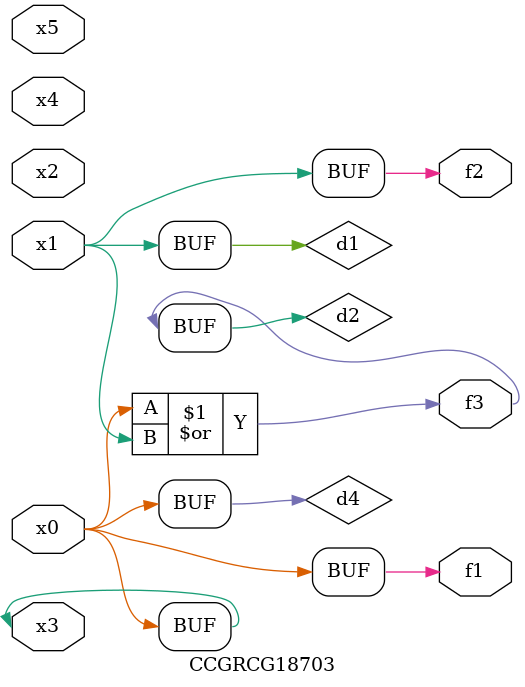
<source format=v>
module CCGRCG18703(
	input x0, x1, x2, x3, x4, x5,
	output f1, f2, f3
);

	wire d1, d2, d3, d4;

	and (d1, x1);
	or (d2, x0, x1);
	nand (d3, x0, x5);
	buf (d4, x0, x3);
	assign f1 = d4;
	assign f2 = d1;
	assign f3 = d2;
endmodule

</source>
